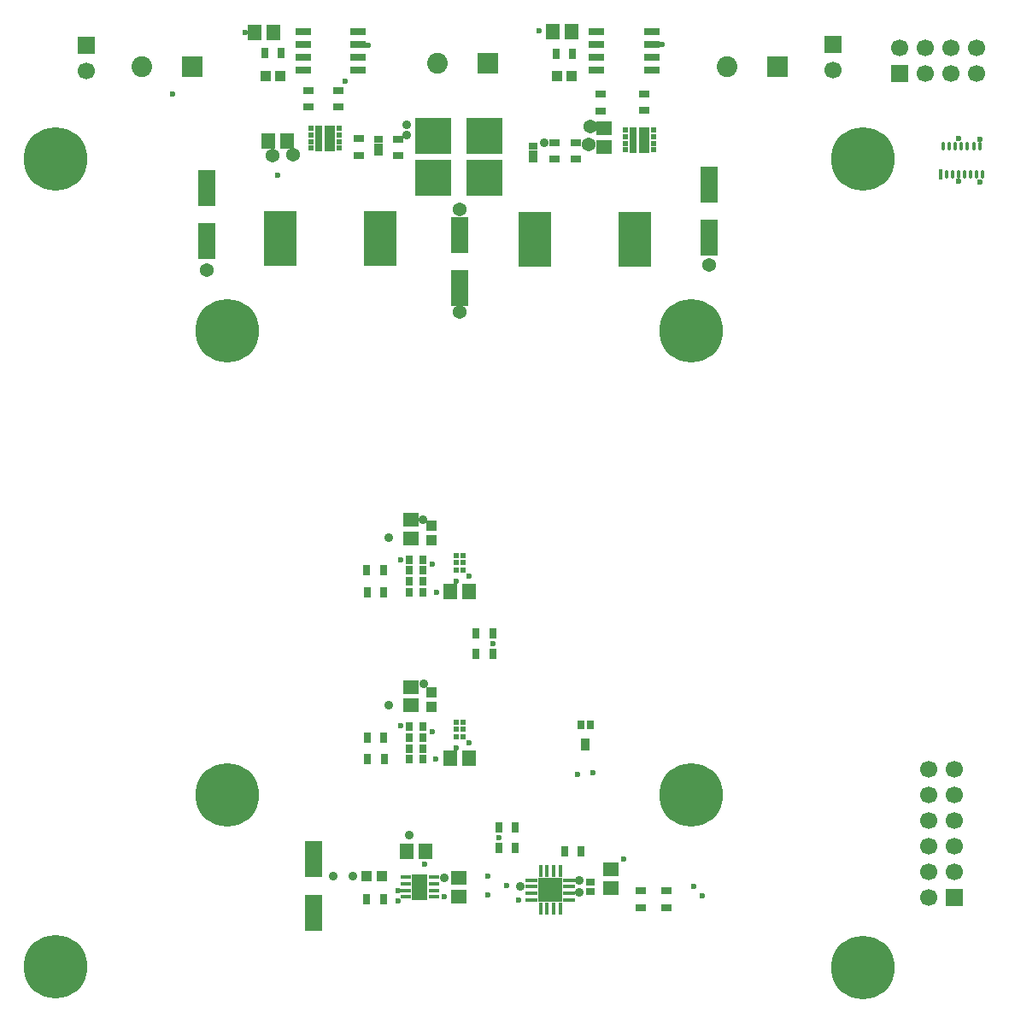
<source format=gts>
G04*
G04 #@! TF.GenerationSoftware,Altium Limited,Altium Designer,24.0.1 (36)*
G04*
G04 Layer_Color=8388736*
%FSLAX26Y26*%
%MOIN*%
G70*
G04*
G04 #@! TF.SameCoordinates,F42C736F-CBB7-40B1-BF54-99FABD9F894E*
G04*
G04*
G04 #@! TF.FilePolarity,Negative*
G04*
G01*
G75*
%ADD44R,0.012992X0.039370*%
%ADD45O,0.012992X0.039370*%
%ADD46R,0.066929X0.141732*%
%ADD47R,0.042913X0.040945*%
%ADD48R,0.031496X0.039370*%
%ADD49R,0.062598X0.098425*%
%ADD50R,0.039370X0.017716*%
%ADD51R,0.092913X0.092913*%
%ADD52R,0.045276X0.017716*%
%ADD53R,0.017716X0.045276*%
%ADD54R,0.039370X0.031496*%
%ADD55R,0.061024X0.055118*%
%ADD56R,0.032283X0.030709*%
%ADD57R,0.021654X0.021654*%
%ADD58R,0.044724X0.100394*%
%ADD59R,0.026063X0.100394*%
%ADD60R,0.035433X0.029528*%
%ADD61R,0.035433X0.045276*%
%ADD62R,0.043307X0.043307*%
%ADD63C,0.013780*%
%ADD64R,0.030709X0.032283*%
%ADD65R,0.031496X0.032480*%
%ADD66R,0.043307X0.043307*%
%ADD67R,0.019685X0.023622*%
%ADD68R,0.055118X0.061024*%
%ADD69R,0.063976X0.031496*%
%ADD70R,0.141732X0.143701*%
%ADD71R,0.125984X0.216535*%
%ADD72C,0.066929*%
%ADD73R,0.066929X0.066929*%
%ADD74R,0.066929X0.066929*%
%ADD75C,0.080709*%
%ADD76R,0.080709X0.080709*%
%ADD77C,0.248031*%
%ADD78C,0.023622*%
%ADD79C,0.053937*%
%ADD80C,0.035433*%
G36*
X2246356Y1087569D02*
Y1038357D01*
X2279820D01*
Y1087569D01*
X2246356D01*
D02*
G37*
D44*
X3647638Y3286339D02*
D03*
D45*
X3671260D02*
D03*
X3694882D02*
D03*
X3718504D02*
D03*
X3742126D02*
D03*
X3765748D02*
D03*
X3789370D02*
D03*
X3812992D02*
D03*
X3659449Y3396575D02*
D03*
X3683071D02*
D03*
X3706693D02*
D03*
X3730315D02*
D03*
X3753937D02*
D03*
X3777559D02*
D03*
X3801181D02*
D03*
D46*
X1200787Y616142D02*
D03*
Y407480D02*
D03*
X2747043Y3246801D02*
D03*
Y3038140D02*
D03*
X785000Y3234252D02*
D03*
Y3025591D02*
D03*
X1771653Y3051181D02*
D03*
Y2842520D02*
D03*
D47*
X1467915Y548590D02*
D03*
X1410041D02*
D03*
D48*
X1475159Y459746D02*
D03*
X1410041D02*
D03*
X2246968Y647638D02*
D03*
X2181850D02*
D03*
X2213911Y3756999D02*
D03*
X2148793D02*
D03*
X1475978Y1657313D02*
D03*
X1410860D02*
D03*
X1474944Y1741958D02*
D03*
X1409826D02*
D03*
X1835885Y1415809D02*
D03*
X1901003D02*
D03*
X1835885Y1495137D02*
D03*
X1901003D02*
D03*
X1476884Y1090082D02*
D03*
X1411766D02*
D03*
X1477789Y1005436D02*
D03*
X1412671D02*
D03*
X1989419Y740730D02*
D03*
X1924301D02*
D03*
X1989419Y661401D02*
D03*
X1924301D02*
D03*
X1076479Y3759843D02*
D03*
X1011361D02*
D03*
D49*
X1615876Y507537D02*
D03*
D50*
X1670797Y469151D02*
D03*
Y494741D02*
D03*
Y520332D02*
D03*
Y545923D02*
D03*
X1560954Y469151D02*
D03*
Y494741D02*
D03*
Y520332D02*
D03*
Y545923D02*
D03*
D51*
X2125984Y496063D02*
D03*
D52*
X2198819Y534449D02*
D03*
Y508858D02*
D03*
Y483268D02*
D03*
Y457677D02*
D03*
X2053150D02*
D03*
Y483268D02*
D03*
Y508858D02*
D03*
Y534449D02*
D03*
D53*
X2164370Y423228D02*
D03*
X2138780D02*
D03*
X2113189D02*
D03*
X2087598D02*
D03*
Y568898D02*
D03*
X2113189D02*
D03*
X2138780D02*
D03*
X2164370D02*
D03*
D54*
X2578740Y492305D02*
D03*
Y427187D02*
D03*
X2480315Y492305D02*
D03*
Y427187D02*
D03*
X2490755Y3600108D02*
D03*
Y3534990D02*
D03*
X2322835Y3599202D02*
D03*
Y3534084D02*
D03*
X2224409Y3345937D02*
D03*
Y3411055D02*
D03*
X2141981Y3411055D02*
D03*
Y3345937D02*
D03*
X1299213Y3614173D02*
D03*
Y3550118D02*
D03*
X1181983Y3614173D02*
D03*
Y3548431D02*
D03*
X1533020Y3358760D02*
D03*
Y3423878D02*
D03*
X1377953Y3425197D02*
D03*
Y3360079D02*
D03*
D55*
X2362205Y577061D02*
D03*
Y504068D02*
D03*
X2334646Y3466161D02*
D03*
Y3393169D02*
D03*
X1769419Y470755D02*
D03*
Y543747D02*
D03*
X1582618Y1939764D02*
D03*
Y1866772D02*
D03*
Y1287887D02*
D03*
Y1214895D02*
D03*
D56*
X2283465Y526575D02*
D03*
Y491142D02*
D03*
D57*
X2420097Y3458662D02*
D03*
Y3433071D02*
D03*
Y3407480D02*
D03*
Y3381890D02*
D03*
X2529230D02*
D03*
Y3407480D02*
D03*
Y3433071D02*
D03*
Y3458662D02*
D03*
X1193465Y3465370D02*
D03*
Y3439779D02*
D03*
Y3414189D02*
D03*
Y3388598D02*
D03*
X1302598D02*
D03*
Y3414189D02*
D03*
Y3439779D02*
D03*
Y3465370D02*
D03*
D58*
X2491750Y3420276D02*
D03*
X1265118Y3426984D02*
D03*
D59*
X2448246Y3420276D02*
D03*
X1221614Y3426984D02*
D03*
D60*
X2057549Y3397638D02*
D03*
X1456693Y3423878D02*
D03*
D61*
X2057549Y3356299D02*
D03*
X1456693Y3382540D02*
D03*
D62*
X2152729Y3671260D02*
D03*
X2209974D02*
D03*
X1015298D02*
D03*
X1072542D02*
D03*
D63*
X2255214Y1047215D02*
D03*
Y1062963D02*
D03*
Y1078711D02*
D03*
X2270962Y1047215D02*
D03*
Y1062963D02*
D03*
Y1078711D02*
D03*
D64*
X2281500Y1140925D02*
D03*
X2246067D02*
D03*
D65*
X1575384Y1657313D02*
D03*
Y1699636D02*
D03*
Y1741958D02*
D03*
Y1784281D02*
D03*
X1630502D02*
D03*
Y1741958D02*
D03*
Y1699636D02*
D03*
Y1657313D02*
D03*
X1575384Y1005436D02*
D03*
Y1047759D02*
D03*
Y1090082D02*
D03*
Y1132404D02*
D03*
X1630502D02*
D03*
Y1090082D02*
D03*
Y1047759D02*
D03*
Y1005436D02*
D03*
D66*
X1663966Y1860866D02*
D03*
Y1918110D02*
D03*
Y1208989D02*
D03*
Y1266233D02*
D03*
D67*
X1785433Y1800197D02*
D03*
Y1771653D02*
D03*
Y1743110D02*
D03*
X1757874D02*
D03*
Y1771653D02*
D03*
Y1800197D02*
D03*
X1785433Y1150591D02*
D03*
Y1122047D02*
D03*
Y1093504D02*
D03*
X1757874D02*
D03*
Y1122047D02*
D03*
Y1150591D02*
D03*
D68*
X1735158Y1660266D02*
D03*
X1808150D02*
D03*
X1735158Y1010659D02*
D03*
X1808150D02*
D03*
X2134999Y3842716D02*
D03*
X2207992D02*
D03*
X973960Y3838750D02*
D03*
X1046952D02*
D03*
X1027109Y3415094D02*
D03*
X1100101D02*
D03*
X1639515Y647638D02*
D03*
X1566523D02*
D03*
D69*
X2520755Y3842716D02*
D03*
Y3792716D02*
D03*
Y3742716D02*
D03*
Y3692716D02*
D03*
X2307212D02*
D03*
Y3742716D02*
D03*
Y3792716D02*
D03*
Y3842716D02*
D03*
X1375386D02*
D03*
Y3792716D02*
D03*
Y3742716D02*
D03*
Y3692716D02*
D03*
X1161842D02*
D03*
Y3742716D02*
D03*
Y3792716D02*
D03*
Y3842716D02*
D03*
D70*
X1870079Y3437683D02*
D03*
Y3274297D02*
D03*
X1670440Y3437683D02*
D03*
Y3274297D02*
D03*
D71*
X2066929Y3031496D02*
D03*
X2456693D02*
D03*
X1463165Y3035433D02*
D03*
X1073401D02*
D03*
D72*
X3602362Y467716D02*
D03*
Y567716D02*
D03*
Y667716D02*
D03*
Y767716D02*
D03*
Y867716D02*
D03*
Y967716D02*
D03*
X3702362D02*
D03*
Y867716D02*
D03*
Y767716D02*
D03*
Y667716D02*
D03*
Y567716D02*
D03*
X3489715Y3780628D02*
D03*
X3589715D02*
D03*
X3689715D02*
D03*
X3789715D02*
D03*
Y3680628D02*
D03*
X3689715D02*
D03*
X3589715D02*
D03*
X3228347Y3692016D02*
D03*
X314961Y3691251D02*
D03*
D73*
X3702362Y467716D02*
D03*
X3228347Y3792016D02*
D03*
X314961Y3791251D02*
D03*
D74*
X3489715Y3680628D02*
D03*
D75*
X2814961Y3707016D02*
D03*
X1684622Y3720472D02*
D03*
X531496Y3706251D02*
D03*
D76*
X3011811Y3707016D02*
D03*
X1881473Y3720472D02*
D03*
X728346Y3706251D02*
D03*
D77*
X3346457Y3346457D02*
D03*
X196850Y3346457D02*
D03*
X3346457Y192299D02*
D03*
X196850Y196850D02*
D03*
X2677165Y2677165D02*
D03*
X866142D02*
D03*
X2677165Y866142D02*
D03*
X866142D02*
D03*
D78*
X1665796Y1114375D02*
D03*
X1664532Y1766654D02*
D03*
X3802205Y3424134D02*
D03*
X3801181Y3254843D02*
D03*
X3718504Y3428071D02*
D03*
X3717481Y3258780D02*
D03*
X1063605Y3281496D02*
D03*
X651141Y3598706D02*
D03*
X1326772Y3648725D02*
D03*
X1417323Y3791251D02*
D03*
X935502Y3841251D02*
D03*
X2563201Y3793440D02*
D03*
X2081535Y3844811D02*
D03*
X1808150Y1068819D02*
D03*
X2232126Y948081D02*
D03*
X2293600Y951812D02*
D03*
X2720572Y473524D02*
D03*
X2684111Y508457D02*
D03*
X1808150Y1718425D02*
D03*
X1680218Y1005436D02*
D03*
X1681353Y1657313D02*
D03*
X1757874Y1699636D02*
D03*
X1541762Y1136907D02*
D03*
Y1784281D02*
D03*
X1882953Y475304D02*
D03*
Y550558D02*
D03*
X1636824Y597700D02*
D03*
X1956860Y514359D02*
D03*
X2411743Y616979D02*
D03*
X1924301Y701066D02*
D03*
X1901003Y1455473D02*
D03*
X2000983Y454988D02*
D03*
X1712598Y469577D02*
D03*
X1533001Y492126D02*
D03*
Y452756D02*
D03*
X1757874Y1050029D02*
D03*
D79*
X2746373Y2933071D02*
D03*
X785000Y2913386D02*
D03*
X1043920Y3361300D02*
D03*
X1122047Y3364157D02*
D03*
X1771653Y2750000D02*
D03*
Y3149606D02*
D03*
X2283465Y3472972D02*
D03*
X2277172Y3404528D02*
D03*
D80*
X1567098Y3440600D02*
D03*
Y3480276D02*
D03*
X2102045Y3411055D02*
D03*
X1630502Y1939764D02*
D03*
X1574803Y708661D02*
D03*
X1712598Y543747D02*
D03*
X2239095Y532559D02*
D03*
X2239094Y485158D02*
D03*
X1496063Y1217926D02*
D03*
Y1869803D02*
D03*
X2007650Y508453D02*
D03*
X1354331Y548590D02*
D03*
X1279528D02*
D03*
X1633966Y1299213D02*
D03*
M02*

</source>
